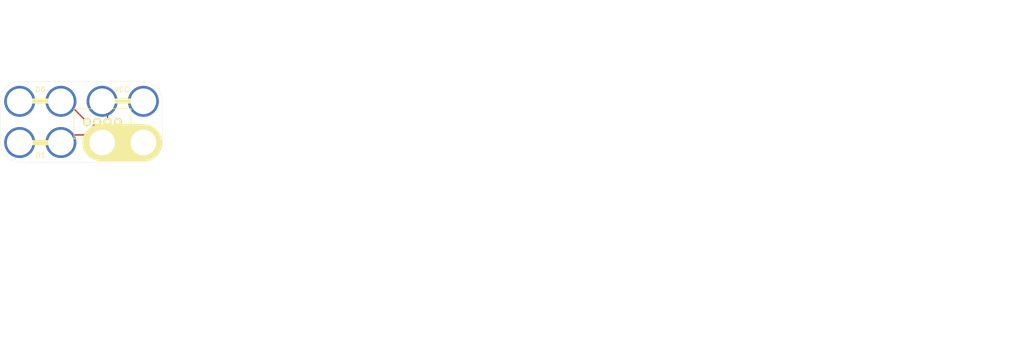
<source format=kicad_pcb>
(kicad_pcb (version 4) (host pcbnew 4.0.7-e2-6376~58~ubuntu16.04.1)

  (general
    (links 0)
    (no_connects 0)
    (area 63.4768 33.909 263.164559 102.997)
    (thickness 1.6)
    (drawings 12)
    (tracks 22)
    (zones 0)
    (modules 2)
    (nets 1)
  )

  (page USLetter)
  (title_block
    (title "2x4 Grove Sensor")
    (date "04 Feb 2018")
    (rev 1.0)
    (company "CERN Open Hardware License v1.2.")
    (comment 1 help@browndoggadgets.com)
    (comment 2 http://browndoggadgets.com/)
    (comment 3 "Brown Dog Gadgets")
  )

  (layers
    (0 F.Cu signal)
    (31 B.Cu signal)
    (34 B.Paste user)
    (35 F.Paste user)
    (36 B.SilkS user)
    (37 F.SilkS user)
    (38 B.Mask user)
    (39 F.Mask user)
    (40 Dwgs.User user)
    (44 Edge.Cuts user)
    (46 B.CrtYd user)
    (47 F.CrtYd user)
    (48 B.Fab user)
    (49 F.Fab user)
  )

  (setup
    (last_trace_width 0.254)
    (user_trace_width 0.1524)
    (user_trace_width 0.254)
    (user_trace_width 0.3302)
    (user_trace_width 0.508)
    (user_trace_width 0.762)
    (user_trace_width 1.27)
    (trace_clearance 0.254)
    (zone_clearance 0.508)
    (zone_45_only no)
    (trace_min 0.1524)
    (segment_width 0.254)
    (edge_width 0.1524)
    (via_size 0.6858)
    (via_drill 0.3302)
    (via_min_size 0.6858)
    (via_min_drill 0.3302)
    (user_via 0.6858 0.3302)
    (user_via 0.762 0.4064)
    (user_via 0.8636 0.508)
    (uvia_size 0.6858)
    (uvia_drill 0.3302)
    (uvias_allowed no)
    (uvia_min_size 0)
    (uvia_min_drill 0)
    (pcb_text_width 0.1524)
    (pcb_text_size 1.016 1.016)
    (mod_edge_width 0.1524)
    (mod_text_size 1.016 1.016)
    (mod_text_width 0.1524)
    (pad_size 6 6)
    (pad_drill 4.98)
    (pad_to_mask_clearance 0.0762)
    (solder_mask_min_width 0.1016)
    (pad_to_paste_clearance -0.0762)
    (aux_axis_origin 0 0)
    (visible_elements FFFEDF7D)
    (pcbplotparams
      (layerselection 0x310fc_80000001)
      (usegerberextensions true)
      (excludeedgelayer true)
      (linewidth 0.100000)
      (plotframeref false)
      (viasonmask false)
      (mode 1)
      (useauxorigin false)
      (hpglpennumber 1)
      (hpglpenspeed 20)
      (hpglpendiameter 15)
      (hpglpenoverlay 2)
      (psnegative false)
      (psa4output false)
      (plotreference true)
      (plotvalue true)
      (plotinvisibletext false)
      (padsonsilk false)
      (subtractmaskfromsilk false)
      (outputformat 1)
      (mirror false)
      (drillshape 0)
      (scaleselection 1)
      (outputdirectory gerbers))
  )

  (net 0 "")

  (net_class Default "This is the default net class."
    (clearance 0.254)
    (trace_width 0.254)
    (via_dia 0.6858)
    (via_drill 0.3302)
    (uvia_dia 0.6858)
    (uvia_drill 0.3302)
  )

  (module Crazy_NonLego:CONN-HEADER-STRAIGHT-TH-1x04-SEEED-GROVE (layer F.Cu) (tedit 5A77636A) (tstamp 5A774DAD)
    (at 81.5538 57.3278 90)
    (descr https://statics3.seeedstudio.com/images/opl/datasheet/3470130P1.pdf)
    (tags Grove-1x04)
    (path /5A777645)
    (fp_text reference J1 (at 0 2.54 90) (layer F.Fab)
      (effects (font (size 1 1) (thickness 0.15)))
    )
    (fp_text value "SEEED GROVE SENSOR" (at 0 2.83 180) (layer F.Fab) hide
      (effects (font (size 1 1) (thickness 0.15)))
    )
    (fp_circle (center 0 -0.0254) (end 0.127 0.1016) (layer F.Fab) (width 0.15))
    (fp_line (start -3.4544 -2.667) (end -3.4544 0.2286) (layer F.Fab) (width 0.05))
    (fp_line (start -3.45 8.7) (end 2.7 8.7) (layer F.Fab) (width 0.05))
    (fp_line (start 2.7 8.7) (end 2.7 -2.65) (layer F.Fab) (width 0.05))
    (fp_line (start -3.45 -2.667) (end 2.7 -2.667) (layer F.Fab) (width 0.05))
    (fp_line (start -3.3 5) (end -3.3 5.6) (layer F.SilkS) (width 0.12))
    (fp_line (start -3.3 0.4) (end -3.3 1) (layer F.SilkS) (width 0.12))
    (fp_line (start 2.55 -2.5) (end 2.55 8.55) (layer F.SilkS) (width 0.12))
    (fp_line (start -3.3 -2.5) (end 2.55 -2.5) (layer F.SilkS) (width 0.12))
    (fp_line (start -3.3 1.25) (end -3.3 4.75) (layer F.SilkS) (width 0.12))
    (fp_line (start -3.3 8.55) (end 2.55 8.55) (layer F.SilkS) (width 0.12))
    (fp_line (start -3.3 -2.5) (end -3.3 0.15) (layer F.SilkS) (width 0.12))
    (fp_line (start -3.3 5.9) (end -3.3 8.55) (layer F.SilkS) (width 0.12))
    (fp_text user 1 (at -1.775 0.075 90) (layer F.SilkS) hide
      (effects (font (size 1.5 1.5) (thickness 0.2)))
    )
    (fp_line (start -3.45 5.8082) (end -3.4544 8.6868) (layer F.Fab) (width 0.05))
    (fp_line (start -3.4544 1.2446) (end -3.4544 4.7752) (layer F.Fab) (width 0.05))
    (pad 1 thru_hole circle (at 0 0 90) (size 1.524 1.524) (drill 0.762) (layers *.Cu *.Mask F.SilkS))
    (pad 2 thru_hole circle (at 0 2 90) (size 1.524 1.524) (drill 0.762) (layers *.Cu *.Mask F.SilkS))
    (pad 3 thru_hole circle (at 0 4 90) (size 1.524 1.524) (drill 0.762) (layers *.Cu *.Mask F.SilkS))
    (pad 4 thru_hole circle (at 0 6 90) (size 1.524 1.524) (drill 0.762) (layers *.Cu *.Mask F.SilkS))
    (model ${KISYS3DMOD}/Connectors.3dshapes/Grove_1x04.wrl
      (at (xyz 0 0 0))
      (scale (xyz 0.3937 0.3937 0.3937))
      (rotate (xyz 0 0 -90))
    )
  )

  (module Crazy_Circuits:BLANK-LEGO-2x4 (layer F.Cu) (tedit 5A776356) (tstamp 5A775FB4)
    (at 92.5058 61.341 90)
    (descr "Touch Sensor Capsense Slider 4x2")
    (tags "Touch Sensor Capsense Slider 4x2")
    (fp_text reference REF** (at 4.2672 -11.811 90) (layer F.Fab) hide
      (effects (font (size 1 1) (thickness 0.15)))
    )
    (fp_text value BLANK-LEGO-2x4 (at 4 -28 90) (layer F.Fab) hide
      (effects (font (size 1 1) (thickness 0.15)))
    )
    (fp_arc (start -0.00018 -0.106632) (end 0.09982 3.693368) (angle 89.9) (layer Edge.Cuts) (width 0.04064))
    (fp_arc (start 8 -0.111824) (end 11.8 -0.411824) (angle 94.51398846) (layer Edge.Cuts) (width 0.04064))
    (fp_arc (start 8 -24) (end 7.9 -27.8) (angle 91.50743576) (layer Edge.Cuts) (width 0.04064))
    (fp_arc (start 0 -24) (end -3.8 -23.9) (angle 91.50743576) (layer Edge.Cuts) (width 0.04064))
    (fp_line (start 0 -27.8) (end 8 -27.8) (layer Edge.Cuts) (width 0.04064))
    (fp_line (start -3.8 -24) (end -3.8 0) (layer Edge.Cuts) (width 0.04064))
    (fp_line (start 11.8 -24) (end 11.8 0) (layer Edge.Cuts) (width 0.04064))
    (fp_line (start 0 3.7) (end 8 3.7) (layer Edge.Cuts) (width 0.04064))
    (fp_arc (start -0.00018 -0.106632) (end 0.09982 3.693368) (angle 89.9) (layer F.Fab) (width 0.04064))
    (fp_arc (start 8 -0.111824) (end 11.811 -0.0254) (angle 88.70089691) (layer F.Fab) (width 0.04064))
    (fp_arc (start 8 -24) (end 7.9 -27.8) (angle 91.50743576) (layer F.Fab) (width 0.04064))
    (fp_arc (start 0 -24) (end -3.8 -23.9) (angle 91.50743576) (layer F.Fab) (width 0.04064))
    (fp_line (start 0 -27.8) (end 8 -27.8) (layer F.Fab) (width 0.04064))
    (fp_line (start -3.8 -24) (end -3.8 0) (layer F.Fab) (width 0.04064))
    (fp_line (start 11.8 -24) (end 11.8 0) (layer F.Fab) (width 0.04064))
    (fp_line (start 0 3.7) (end 8 3.7) (layer F.Fab) (width 0.04064))
    (pad 4 thru_hole circle (at 0 0 90) (size 6 6) (drill 4.98) (layers *.Cu *.Mask))
    (pad 4 thru_hole circle (at 0 -8 90) (size 6 6) (drill 4.98) (layers *.Cu))
    (pad 2 thru_hole circle (at 0 -16 90) (size 6 6) (drill 4.98) (layers *.Cu *.Mask))
    (pad 2 thru_hole circle (at 0 -24 90) (size 6 6) (drill 4.98) (layers *.Cu *.Mask))
    (pad 1 thru_hole circle (at 8 -24 90) (size 6 6) (drill 4.98) (layers *.Cu *.Mask))
    (pad 1 thru_hole circle (at 8 -16 90) (size 6 6) (drill 4.98) (layers *.Cu *.Mask))
    (pad 3 thru_hole circle (at 8 -8 90) (size 6 6) (drill 4.98) (layers *.Cu))
    (pad 3 thru_hole circle (at 8 0 90) (size 6 6) (drill 4.98) (layers *.Cu *.Mask))
    (model LEDs.3dshapes/LED-5MM.wrl
      (at (xyz 0.05 0 0))
      (scale (xyz 1 1 1))
      (rotate (xyz 0 0 90))
    )
  )

  (gr_line (start 68.3006 61.3664) (end 77.1906 61.3664) (layer F.SilkS) (width 1) (tstamp 5A77648C))
  (gr_line (start 68.199 53.2892) (end 77.1906 53.2892) (layer F.SilkS) (width 1) (tstamp 5A77648B))
  (gr_arc (start 84.505801 61.366398) (end 86.639401 59.613798) (angle 258.8012761) (layer F.Mask) (width 0.6) (tstamp 5A77641E))
  (gr_arc (start 84.505801 61.366398) (end 86.639401 59.613798) (angle 258.8) (layer B.Mask) (width 0.6) (tstamp 5A77641D))
  (gr_arc (start 84.480399 53.314602) (end 82.346799 55.067202) (angle 258.8) (layer B.Mask) (width 0.6) (tstamp 5A776419))
  (gr_arc (start 84.480399 53.314602) (end 82.346799 55.067202) (angle 258.8012761) (layer F.Mask) (width 0.6) (tstamp 5A77640A))
  (gr_line (start 84.4804 53.2892) (end 93.472 53.2892) (layer F.SilkS) (width 1))
  (gr_line (start 84.2518 61.3664) (end 92.5322 61.3664) (layer F.SilkS) (width 7.2))
  (gr_text VCC (at 88.3412 51.0794) (layer F.SilkS) (tstamp 5A7762CF)
    (effects (font (size 1.016 1.016) (thickness 0.1524)))
  )
  (gr_text D1 (at 72.5678 63.8048) (layer F.SilkS) (tstamp 5A77609D)
    (effects (font (size 1.016 1.016) (thickness 0.1524)))
  )
  (gr_text D0 (at 72.517 51.0794) (layer F.SilkS)
    (effects (font (size 1.016 1.016) (thickness 0.1524)))
  )
  (gr_text "FABRICATION NOTES\n\n1. THIS IS A 2 LAYER BOARD. \n2. EXTERNAL LAYERS SHALL HAVE 1 OZ COPPER.\n3. MATERIAL: FR4 AND 0.062 INCH +/- 10% THICK.\n4. BOARDS SHALL BE ROHS COMPLIANT. \n5. MANUFACTURE IN ACCORDANCE WITH IPC-6012 CLASS 2\n6. MASK: BOTH SIDES OF THE BOARD SHALL HAVE \n   SOLDER MASK (PURPLE) OVER BARE COPPER. \n7. SILK: BOTH SIDES OF THE BOARD SHALL HAVE \n   WHITE SILKSCREEN. DO NOT PLACE SILK OVER BARE COPPER.\n8. FINISH: ENIG.\n9. MINIMUM TRACE WIDTH - 0.006 INCH.\n   MINIMUM SPACE - 0.006 INCH.\n   MINIMUM HOLE DIA - 0.013 INCH. \n10. MAX HOLE PLACEMENT TOLERANCE OF +/- 0.003 INCH.\n11. MAX HOLE DIAMETER TOLERANCE OF +/- 0.003 INCH AFTER PLATING." (at 120.3198 68.326) (layer Dwgs.User)
    (effects (font (size 2.54 2.54) (thickness 0.254)) (justify left))
  )

  (segment (start 68.5058 61.341) (end 72.74844 61.341) (width 0.254) (layer F.Cu) (net 0))
  (segment (start 72.74844 61.341) (end 76.5058 61.341) (width 0.254) (layer F.Cu) (net 0))
  (segment (start 76.5058 53.341) (end 72.26316 53.341) (width 0.254) (layer F.Cu) (net 0))
  (segment (start 72.26316 53.341) (end 68.5058 53.341) (width 0.254) (layer F.Cu) (net 0))
  (segment (start 81.5538 57.3278) (end 77.567 53.341) (width 0.254) (layer F.Cu) (net 0))
  (segment (start 77.567 53.341) (end 76.5058 53.341) (width 0.254) (layer F.Cu) (net 0))
  (segment (start 84.5058 61.341) (end 87.505799 58.341001) (width 0.254) (layer F.Cu) (net 0))
  (segment (start 87.505799 58.341001) (end 87.505799 57.375801) (width 0.254) (layer F.Cu) (net 0))
  (segment (start 87.505799 57.375801) (end 87.5538 57.3278) (width 0.254) (layer F.Cu) (net 0))
  (segment (start 85.5538 57.3278) (end 85.5538 54.389) (width 0.254) (layer F.Cu) (net 0))
  (segment (start 85.5538 54.389) (end 84.5058 53.341) (width 0.254) (layer F.Cu) (net 0))
  (segment (start 76.5058 61.341) (end 77.979 59.8678) (width 0.254) (layer F.Cu) (net 0))
  (segment (start 77.979 59.8678) (end 81.0138 59.8678) (width 0.254) (layer F.Cu) (net 0))
  (segment (start 81.0138 59.8678) (end 83.5538 57.3278) (width 0.254) (layer F.Cu) (net 0))
  (segment (start 84.5058 60.49383) (end 84.5058 61.341) (width 0.254) (layer F.Cu) (net 0))
  (segment (start 84.5942 53.4294) (end 84.5058 53.341) (width 0.254) (layer F.Cu) (net 0))
  (segment (start 84.5058 61.341) (end 88.74844 61.341) (width 0.254) (layer F.Cu) (net 0))
  (segment (start 88.74844 61.341) (end 92.5058 61.341) (width 0.254) (layer F.Cu) (net 0))
  (segment (start 84.5058 59.36503) (end 84.5058 61.341) (width 0.254) (layer F.Cu) (net 0))
  (segment (start 84.5058 53.341) (end 88.74844 53.341) (width 0.254) (layer F.Cu) (net 0))
  (segment (start 88.74844 53.341) (end 92.5058 53.341) (width 0.254) (layer F.Cu) (net 0))
  (segment (start 84.5058 60.2874) (end 84.5058 61.341) (width 0.254) (layer F.Cu) (net 0))

)

</source>
